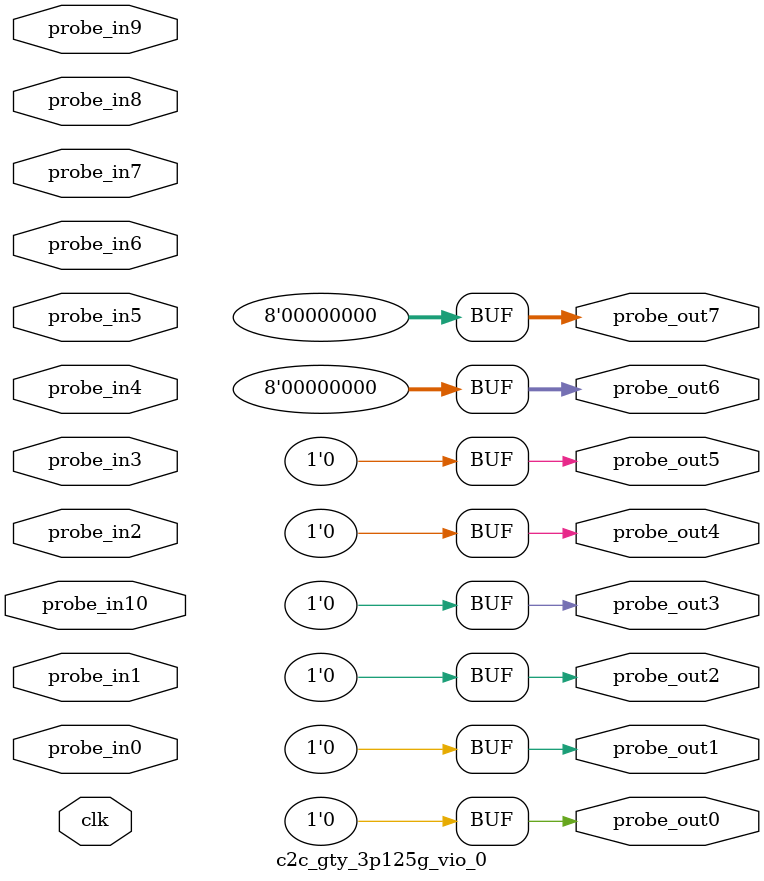
<source format=v>
`timescale 1ns / 1ps
module c2c_gty_3p125g_vio_0 (
clk,
probe_in0,probe_in1,probe_in2,probe_in3,probe_in4,probe_in5,probe_in6,probe_in7,probe_in8,probe_in9,probe_in10,
probe_out0,
probe_out1,
probe_out2,
probe_out3,
probe_out4,
probe_out5,
probe_out6,
probe_out7
);

input clk;
input [0 : 0] probe_in0;
input [0 : 0] probe_in1;
input [0 : 0] probe_in2;
input [3 : 0] probe_in3;
input [1 : 0] probe_in4;
input [1 : 0] probe_in5;
input [1 : 0] probe_in6;
input [0 : 0] probe_in7;
input [0 : 0] probe_in8;
input [5 : 0] probe_in9;
input [1 : 0] probe_in10;

output reg [0 : 0] probe_out0 = 'h0 ;
output reg [0 : 0] probe_out1 = 'h0 ;
output reg [0 : 0] probe_out2 = 'h0 ;
output reg [0 : 0] probe_out3 = 'h0 ;
output reg [0 : 0] probe_out4 = 'h0 ;
output reg [0 : 0] probe_out5 = 'h0 ;
output reg [7 : 0] probe_out6 = 'h00 ;
output reg [7 : 0] probe_out7 = 'h00 ;


endmodule

</source>
